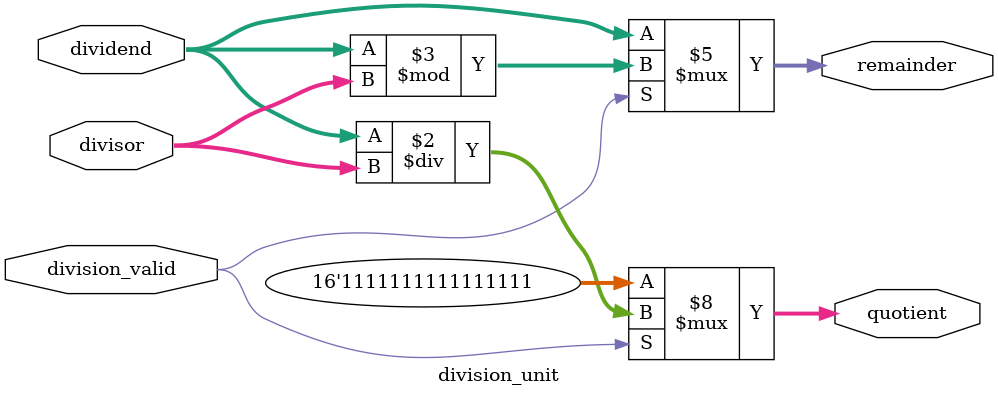
<source format=sv>
module divider_16bit_nba (
    input [15:0] dividend,
    input [15:0] divisor,
    output [15:0] quotient,
    output [15:0] remainder
);

    // 参数定义
    parameter WIDTH = 16;
    
    // 内部信号
    wire division_valid;
    
    // 零检测子模块实例化
    zero_detector #(
        .WIDTH(WIDTH)
    ) u_zero_detector (
        .divisor(divisor),
        .division_valid(division_valid)
    );
    
    // 除法运算子模块实例化
    division_unit #(
        .WIDTH(WIDTH)
    ) u_division_unit (
        .dividend(dividend),
        .divisor(divisor),
        .division_valid(division_valid),
        .quotient(quotient),
        .remainder(remainder)
    );

endmodule

// 零检测子模块
module zero_detector #(
    parameter WIDTH = 16
)(
    input [WIDTH-1:0] divisor,
    output division_valid
);

    // 当除数不为零时，除法操作有效
    assign division_valid = |divisor;

endmodule

// 除法运算子模块
module division_unit #(
    parameter WIDTH = 16
)(
    input [WIDTH-1:0] dividend,
    input [WIDTH-1:0] divisor,
    input division_valid,
    output reg [WIDTH-1:0] quotient,
    output reg [WIDTH-1:0] remainder
);

    // 执行除法运算
    always @(*) begin
        if (division_valid) begin
            quotient = dividend / divisor;
            remainder = dividend % divisor;
        end
        else begin
            // 处理除数为0的情况
            quotient = {WIDTH{1'b1}}; // 全1表示错误
            remainder = dividend;     // 保留被除数
        end
    end

endmodule
</source>
